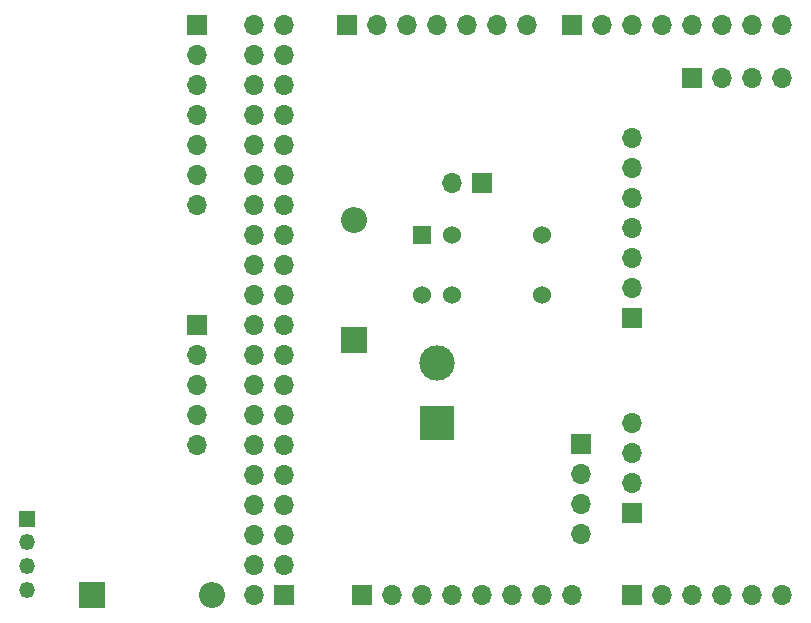
<source format=gbs>
G04 #@! TF.GenerationSoftware,KiCad,Pcbnew,(5.1.2)-2*
G04 #@! TF.CreationDate,2020-03-09T18:48:08+09:00*
G04 #@! TF.ProjectId,simpleRTK2BpiHAT,73696d70-6c65-4525-944b-324270694841,rev?*
G04 #@! TF.SameCoordinates,PX69db1f0PY7882d48*
G04 #@! TF.FileFunction,Soldermask,Bot*
G04 #@! TF.FilePolarity,Negative*
%FSLAX46Y46*%
G04 Gerber Fmt 4.6, Leading zero omitted, Abs format (unit mm)*
G04 Created by KiCad (PCBNEW (5.1.2)-2) date 2020-03-09 18:48:08*
%MOMM*%
%LPD*%
G04 APERTURE LIST*
%ADD10O,1.700000X1.700000*%
%ADD11R,1.700000X1.700000*%
%ADD12O,1.350000X1.350000*%
%ADD13R,1.350000X1.350000*%
%ADD14C,3.000000*%
%ADD15R,3.000000X3.000000*%
%ADD16C,1.524000*%
%ADD17R,1.524000X1.524000*%
%ADD18O,2.200000X2.200000*%
%ADD19R,2.200000X2.200000*%
G04 APERTURE END LIST*
D10*
X63500000Y46355000D03*
X60960000Y46355000D03*
X58420000Y46355000D03*
D11*
X55880000Y46355000D03*
D10*
X13970000Y15240000D03*
X13970000Y17780000D03*
X13970000Y20320000D03*
X13970000Y22860000D03*
D11*
X13970000Y25400000D03*
D10*
X46482000Y7747000D03*
X46482000Y10287000D03*
X46482000Y12827000D03*
D11*
X46482000Y15367000D03*
X50800000Y2540000D03*
D10*
X53340000Y2540000D03*
X55880000Y2540000D03*
X58420000Y2540000D03*
X60960000Y2540000D03*
X63500000Y2540000D03*
X50800000Y17145000D03*
X50800000Y14605000D03*
X50800000Y12065000D03*
D11*
X50800000Y9525000D03*
D10*
X18821400Y50825400D03*
X21361400Y50825400D03*
X18821400Y48285400D03*
X21361400Y48285400D03*
X18821400Y45745400D03*
X21361400Y45745400D03*
X18821400Y43205400D03*
X21361400Y43205400D03*
X18821400Y40665400D03*
X21361400Y40665400D03*
X18821400Y38125400D03*
X21361400Y38125400D03*
X18821400Y35585400D03*
X21361400Y35585400D03*
X18821400Y33045400D03*
X21361400Y33045400D03*
X18821400Y30505400D03*
X21361400Y30505400D03*
X18821400Y27965400D03*
X21361400Y27965400D03*
X18821400Y25425400D03*
X21361400Y25425400D03*
X18821400Y22885400D03*
X21361400Y22885400D03*
X18821400Y20345400D03*
X21361400Y20345400D03*
X18821400Y17805400D03*
X21361400Y17805400D03*
X18821400Y15265400D03*
X21361400Y15265400D03*
X18821400Y12725400D03*
X21361400Y12725400D03*
X18821400Y10185400D03*
X21361400Y10185400D03*
X18821400Y7645400D03*
X21361400Y7645400D03*
X18821400Y5105400D03*
X21361400Y5105400D03*
X18821400Y2565400D03*
D11*
X21361400Y2565400D03*
D10*
X13970000Y35560000D03*
X13970000Y38100000D03*
X13970000Y40640000D03*
X13970000Y43180000D03*
X13970000Y45720000D03*
X13970000Y48260000D03*
D11*
X13970000Y50800000D03*
D12*
X-381000Y3017000D03*
X-381000Y5017000D03*
X-381000Y7017000D03*
D13*
X-381000Y9017000D03*
D10*
X50800000Y41275000D03*
X50800000Y38735000D03*
X50800000Y36195000D03*
X50800000Y33655000D03*
X50800000Y31115000D03*
X50800000Y28575000D03*
D11*
X50800000Y26035000D03*
D10*
X35560000Y37465000D03*
D11*
X38100000Y37465000D03*
D10*
X41910000Y50800000D03*
X39370000Y50800000D03*
X36830000Y50800000D03*
X34290000Y50800000D03*
X31750000Y50800000D03*
X29210000Y50800000D03*
D11*
X26670000Y50800000D03*
D10*
X63500000Y50800000D03*
X60960000Y50800000D03*
X58420000Y50800000D03*
X55880000Y50800000D03*
X53340000Y50800000D03*
X50800000Y50800000D03*
X48260000Y50800000D03*
D11*
X45720000Y50800000D03*
D10*
X45720000Y2540000D03*
X43180000Y2540000D03*
X40640000Y2540000D03*
X38100000Y2540000D03*
X35560000Y2540000D03*
X33020000Y2540000D03*
X30480000Y2540000D03*
D11*
X27940000Y2540000D03*
D14*
X34290000Y22225000D03*
D15*
X34290000Y17145000D03*
D16*
X43180000Y27940000D03*
X43180000Y33020000D03*
X35560000Y27940000D03*
X35560000Y33020000D03*
X33020000Y27940000D03*
D17*
X33020000Y33020000D03*
D18*
X27305000Y34290000D03*
D19*
X27305000Y24130000D03*
D18*
X15240000Y2540000D03*
D19*
X5080000Y2540000D03*
M02*

</source>
